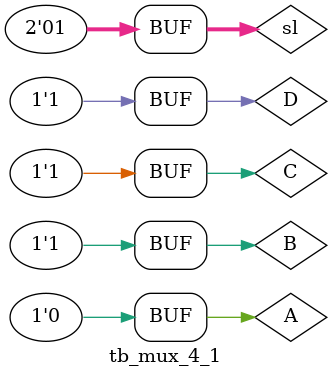
<source format=v>
module tb_mux_4_1;

reg A,B,C,D;
reg[1:0] sl;
wire res;	
	
	mux_4_1 x_test(res,A,B,C,D,sl);
	initial begin
		A = 1'b0;
		B = 1'b1;
		C = 1'b1;
		D = 1'b1;
		sl = 2'b01;
		#40;
		$monitor("%1b",res);
	end
endmodule
</source>
